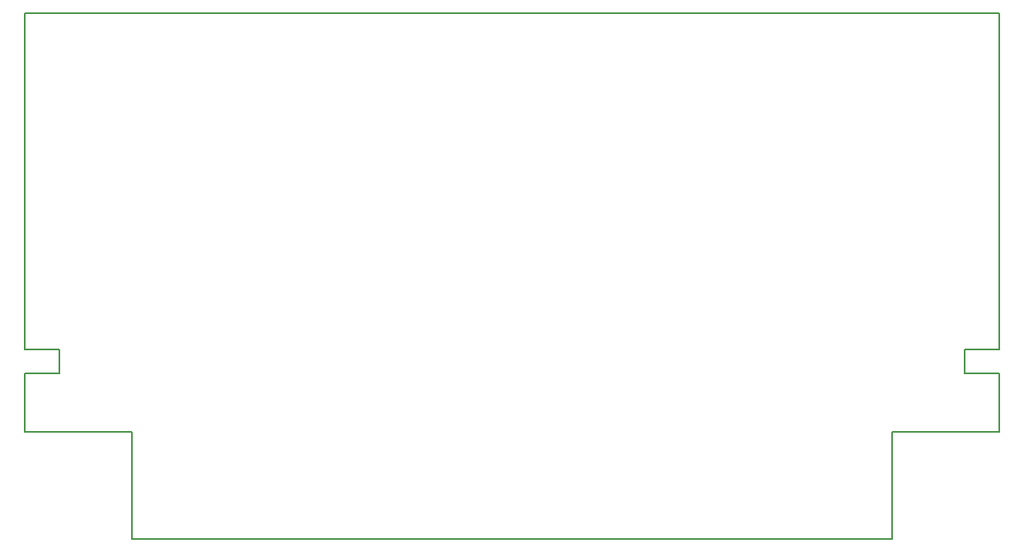
<source format=gbr>
G04 DipTrace 4.0.0.4*
G04 BoardOutline.gbr*
%MOIN*%
G04 #@! TF.FileFunction,Profile*
G04 #@! TF.Part,Single*
%ADD12C,0.005512*%
%FSLAX26Y26*%
G04*
G70*
G90*
G75*
G01*
G04 BoardOutline*
%LPD*%
X826772Y826772D2*
D12*
Y393701D1*
X3897638D1*
Y826772D1*
X4330709D1*
Y1062992D1*
X4192913D1*
Y1161417D1*
X4330709D1*
Y2519685D1*
X393701D1*
Y1161417D1*
X531496D1*
Y1062992D1*
X393701D1*
Y826772D1*
X826772D1*
M02*

</source>
